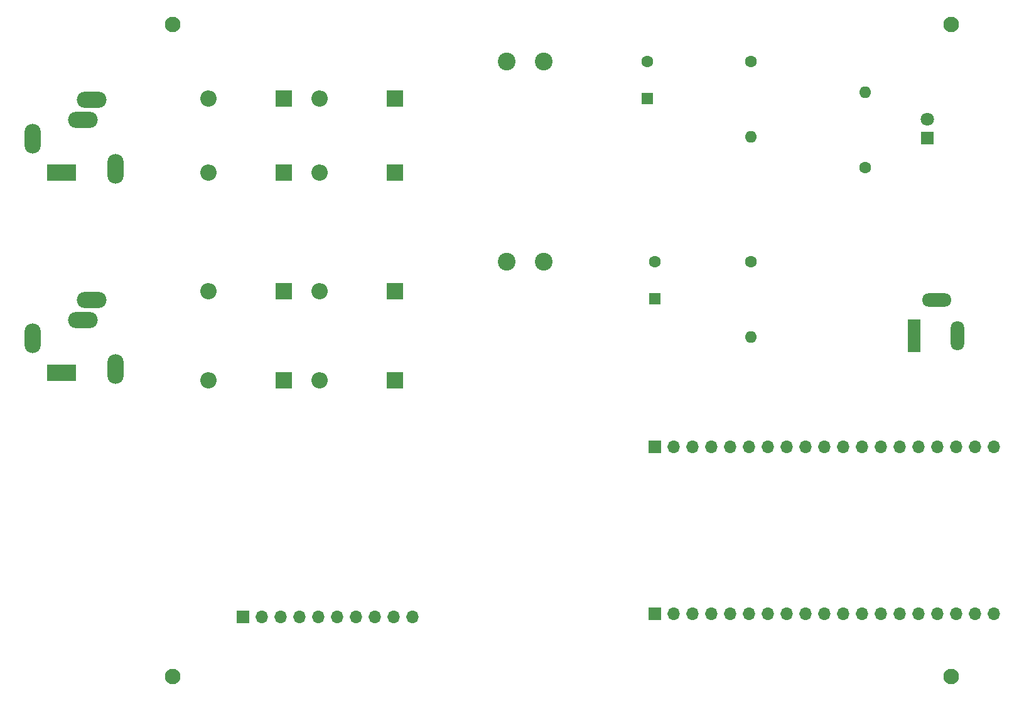
<source format=gbr>
%TF.GenerationSoftware,KiCad,Pcbnew,(6.0.8)*%
%TF.CreationDate,2023-03-14T15:32:15-04:00*%
%TF.ProjectId,MainPCB,4d61696e-5043-4422-9e6b-696361645f70,rev?*%
%TF.SameCoordinates,Original*%
%TF.FileFunction,Soldermask,Bot*%
%TF.FilePolarity,Negative*%
%FSLAX46Y46*%
G04 Gerber Fmt 4.6, Leading zero omitted, Abs format (unit mm)*
G04 Created by KiCad (PCBNEW (6.0.8)) date 2023-03-14 15:32:15*
%MOMM*%
%LPD*%
G01*
G04 APERTURE LIST*
%ADD10R,2.200000X2.200000*%
%ADD11O,2.200000X2.200000*%
%ADD12R,1.700000X1.700000*%
%ADD13O,1.700000X1.700000*%
%ADD14C,2.400000*%
%ADD15O,4.000000X2.200000*%
%ADD16O,2.200000X4.000000*%
%ADD17R,4.000000X2.200000*%
%ADD18R,1.800000X1.800000*%
%ADD19C,1.800000*%
%ADD20C,1.600000*%
%ADD21R,1.600000X1.600000*%
%ADD22R,1.800000X4.400000*%
%ADD23O,1.800000X4.000000*%
%ADD24O,4.000000X1.800000*%
%ADD25O,1.600000X1.600000*%
%ADD26C,2.100000*%
G04 APERTURE END LIST*
D10*
%TO.C,D7*%
X100000000Y-116000000D03*
D11*
X89840000Y-116000000D03*
%TD*%
D12*
%TO.C,J8*%
X94500000Y-148000000D03*
D13*
X97040000Y-148000000D03*
X99580000Y-148000000D03*
X102120000Y-148000000D03*
X104660000Y-148000000D03*
X107200000Y-148000000D03*
X109740000Y-148000000D03*
X112280000Y-148000000D03*
X114820000Y-148000000D03*
X117360000Y-148000000D03*
%TD*%
D14*
%TO.C,L2*%
X130000000Y-100000000D03*
X135000000Y-100000000D03*
%TD*%
D10*
%TO.C,D8*%
X115000000Y-116000000D03*
D11*
X104840000Y-116000000D03*
%TD*%
D12*
%TO.C,J5*%
X150000000Y-125000000D03*
D13*
X152540000Y-125000000D03*
X155080000Y-125000000D03*
X157620000Y-125000000D03*
X160160000Y-125000000D03*
X162700000Y-125000000D03*
X165240000Y-125000000D03*
X167780000Y-125000000D03*
X170320000Y-125000000D03*
X172860000Y-125000000D03*
X175400000Y-125000000D03*
X177940000Y-125000000D03*
X180480000Y-125000000D03*
X183020000Y-125000000D03*
X185560000Y-125000000D03*
X188100000Y-125000000D03*
X190640000Y-125000000D03*
X193180000Y-125000000D03*
X195720000Y-125000000D03*
%TD*%
D15*
%TO.C,J1*%
X74100000Y-78200000D03*
X72900000Y-80900000D03*
D16*
X66100000Y-83400000D03*
D17*
X70000000Y-88000000D03*
D16*
X77300000Y-87500000D03*
%TD*%
D18*
%TO.C,LED1*%
X186725000Y-83350000D03*
D19*
X186725000Y-80810000D03*
%TD*%
D20*
%TO.C,C1*%
X149000000Y-73000000D03*
D21*
X149000000Y-78000000D03*
%TD*%
D15*
%TO.C,J2*%
X74100000Y-105200000D03*
X72900000Y-107900000D03*
D16*
X66100000Y-110400000D03*
D17*
X70000000Y-115000000D03*
D16*
X77300000Y-114500000D03*
%TD*%
D20*
%TO.C,C2*%
X150000000Y-100000000D03*
D21*
X150000000Y-105000000D03*
%TD*%
D22*
%TO.C,J3*%
X185000000Y-110000000D03*
D23*
X190800000Y-110000000D03*
D24*
X188000000Y-105200000D03*
%TD*%
D10*
%TO.C,D5*%
X100000000Y-104000000D03*
D11*
X89840000Y-104000000D03*
%TD*%
D12*
%TO.C,J4*%
X150000000Y-147500000D03*
D13*
X152540000Y-147500000D03*
X155080000Y-147500000D03*
X157620000Y-147500000D03*
X160160000Y-147500000D03*
X162700000Y-147500000D03*
X165240000Y-147500000D03*
X167780000Y-147500000D03*
X170320000Y-147500000D03*
X172860000Y-147500000D03*
X175400000Y-147500000D03*
X177940000Y-147500000D03*
X180480000Y-147500000D03*
X183020000Y-147500000D03*
X185560000Y-147500000D03*
X188100000Y-147500000D03*
X190640000Y-147500000D03*
X193180000Y-147500000D03*
X195720000Y-147500000D03*
%TD*%
D20*
%TO.C,R1*%
X163000000Y-73000000D03*
D25*
X163000000Y-83160000D03*
%TD*%
D20*
%TO.C,R3*%
X178375000Y-87305000D03*
D25*
X178375000Y-77145000D03*
%TD*%
D26*
%TO.C,REF\u002A\u002A*%
X190000000Y-156000000D03*
%TD*%
D10*
%TO.C,D1*%
X100000000Y-78000000D03*
D11*
X89840000Y-78000000D03*
%TD*%
D20*
%TO.C,R2*%
X163000000Y-100000000D03*
D25*
X163000000Y-110160000D03*
%TD*%
D26*
%TO.C,REF\u002A\u002A*%
X85000000Y-68000000D03*
%TD*%
D10*
%TO.C,D4*%
X115000000Y-88000000D03*
D11*
X104840000Y-88000000D03*
%TD*%
D26*
%TO.C,REF\u002A\u002A*%
X190000000Y-68000000D03*
%TD*%
%TO.C,REF\u002A\u002A*%
X85000000Y-156000000D03*
%TD*%
D10*
%TO.C,D2*%
X115000000Y-78000000D03*
D11*
X104840000Y-78000000D03*
%TD*%
D10*
%TO.C,D3*%
X100000000Y-88000000D03*
D11*
X89840000Y-88000000D03*
%TD*%
D14*
%TO.C,L1*%
X130000000Y-73000000D03*
X135000000Y-73000000D03*
%TD*%
D10*
%TO.C,D6*%
X115000000Y-104000000D03*
D11*
X104840000Y-104000000D03*
%TD*%
M02*

</source>
